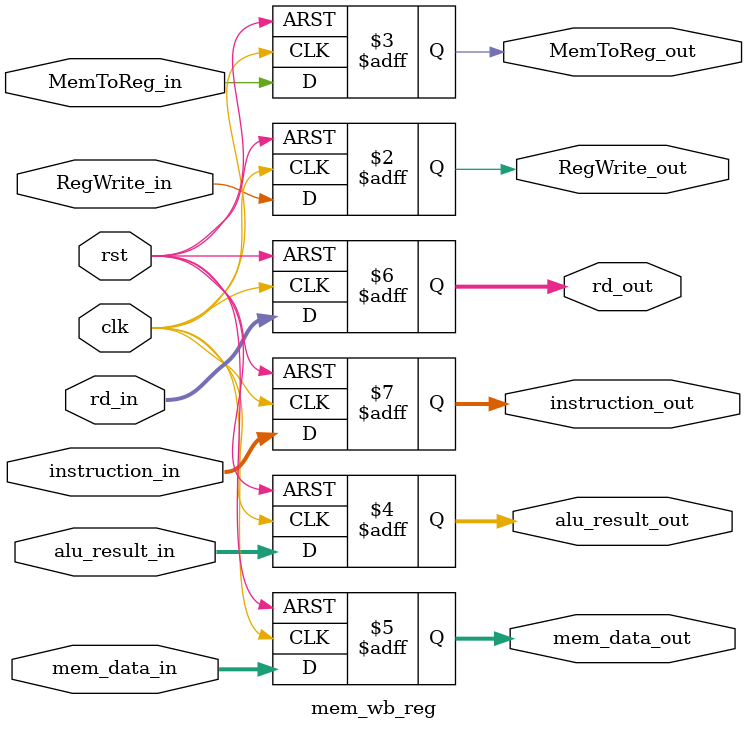
<source format=v>
`timescale 1ns / 1ps

module mem_wb_reg(
    input clk,
    input rst,
    // Control signals
    input RegWrite_in,
    input MemToReg_in,
    // Data
    input [31:0] alu_result_in,
    input [31:0] mem_data_in,
    input [4:0] rd_in,
    input [31:0] instruction_in,
    // Outputs
    output reg RegWrite_out,
    output reg MemToReg_out,
    output reg [31:0] alu_result_out,
    output reg [31:0] mem_data_out,
    output reg [4:0] rd_out,
    output reg [31:0] instruction_out
);

always @(posedge clk or posedge rst) begin
    if (rst) begin
        RegWrite_out <= 1'b0;
        MemToReg_out <= 1'b0;
        alu_result_out <= 32'b0;
        mem_data_out <= 32'b0;
        rd_out <= 5'b0;
        instruction_out <= 32'h00000013; // NOP
    end
    else begin
        RegWrite_out <= RegWrite_in;
        MemToReg_out <= MemToReg_in;
        alu_result_out <= alu_result_in;
        mem_data_out <= mem_data_in;
        rd_out <= rd_in;
        instruction_out <= instruction_in;
    end
end

endmodule
</source>
